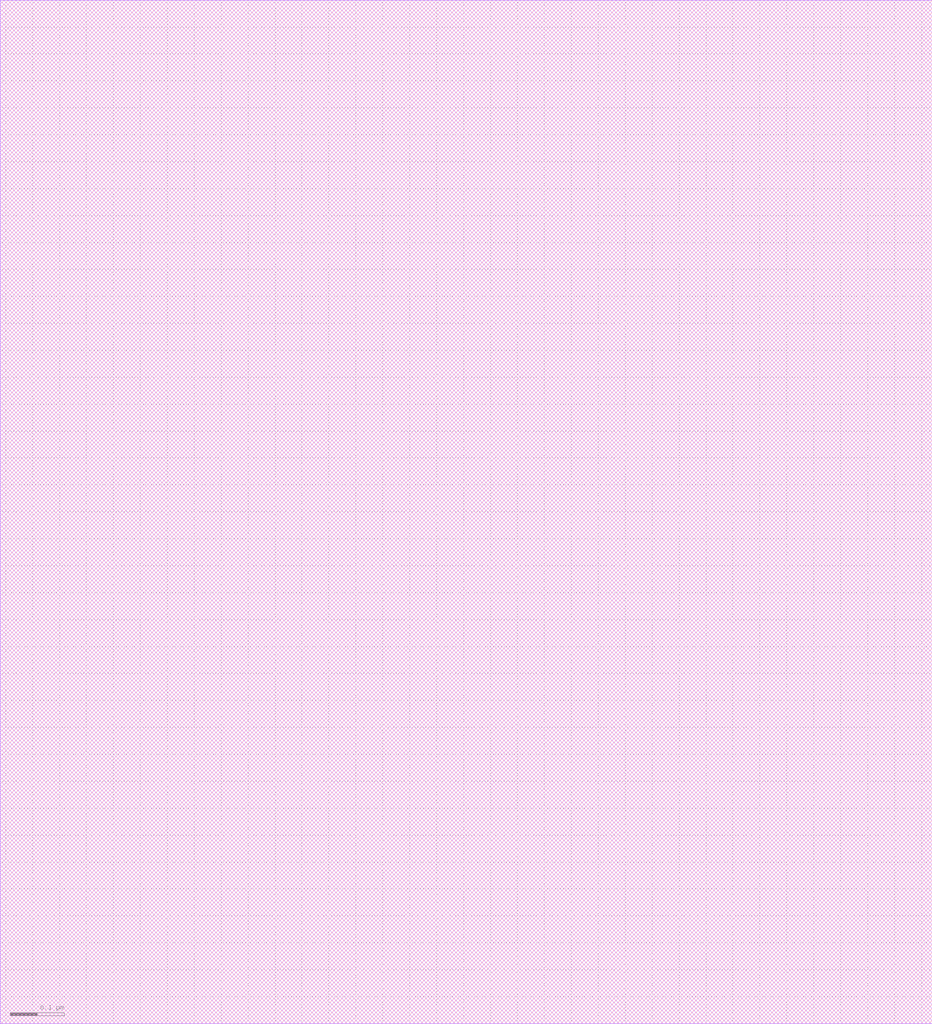
<source format=lef>
VERSION 5.7 ;
  NOWIREEXTENSIONATPIN ON ;
  DIVIDERCHAR "/" ;
  BUSBITCHARS "[]" ;
MACRO /home/bjmuld/work/hilas/fastlane/PDKs/sky130A_hilas/libs.ref/sky130_hilas_sc/mag/sky130_hilas_TunCap01
  CLASS BLOCK ;
  FOREIGN /home/bjmuld/work/hilas/fastlane/PDKs/sky130A_hilas/libs.ref/sky130_hilas_sc/mag/sky130_hilas_TunCap01 ;
  ORIGIN 14.510 4.000 ;
  SIZE 1.730 BY 1.900 ;
  OBS
      LAYER nwell ;
        RECT -14.510 -4.000 -12.780 -2.100 ;
  END
END /home/bjmuld/work/hilas/fastlane/PDKs/sky130A_hilas/libs.ref/sky130_hilas_sc/mag/sky130_hilas_TunCap01
END LIBRARY


</source>
